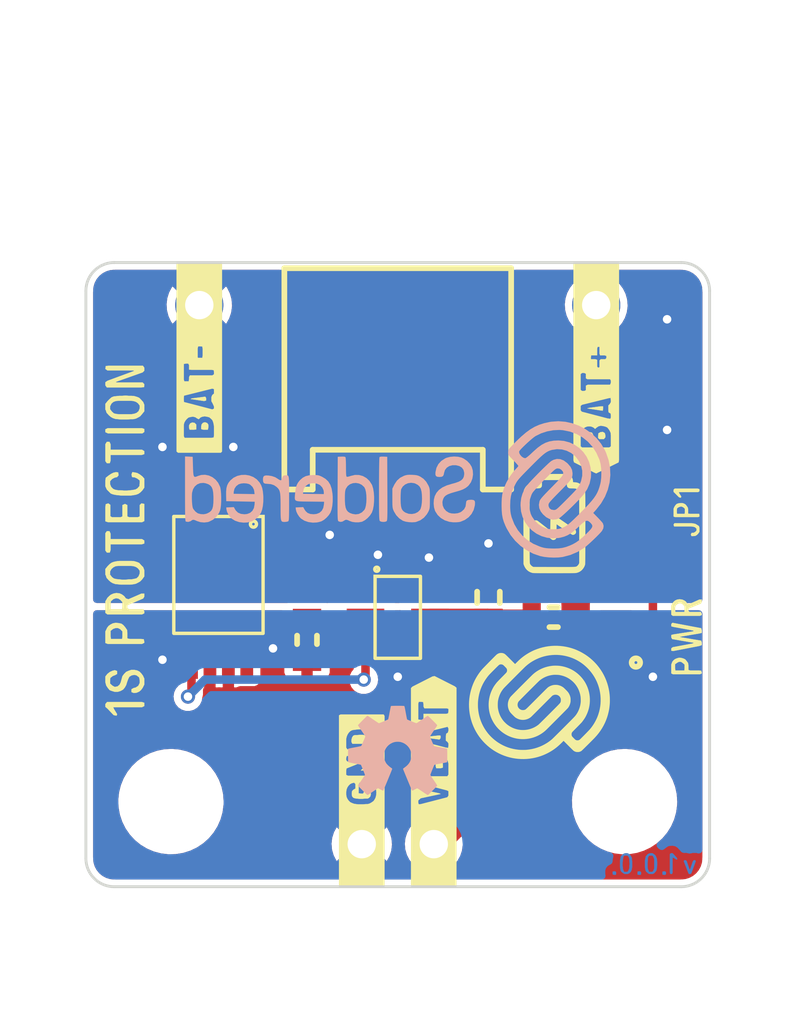
<source format=kicad_pcb>
(kicad_pcb (version 20210623) (generator pcbnew)
  (layers (0 "F.Cu" signal) (31 "B.Cu" signal) (34 "B.Paste" user) (35 "F.Paste" user) (36 "B.SilkS" user "B.Silkscreen") (37 "F.SilkS" user "F.Silkscreen") (38 "B.Mask" user) (39 "F.Mask" user) (44 "Edge.Cuts" user))
  (net 0 "")
  (net 1 "Net-(C1-Pad1)")
  (net 2 "GND_ISO")
  (net 3 "Net-(D1-Pad1)")
  (net 4 "GND")
  (net 5 "VBAT")
  (net 6 "Net-(JP1-Pad2)")
  (net 7 "Net-(R2-Pad2)")
  (net 8 "OD")
  (net 9 "OC")
  (footprint "e-radionica.com footprinti:FIDUCIAL_23" (layer "F.Cu") (at 86.5 155.5)
    (fp_text reference "FD1")
    (fp_text value "FIDUCIAL")
    (fp_circle (center 0 0) (end 1 0) (layer "F.Cu") (width 0.2) (fill none))
    (pad "1" smd circle (at 0 0) (size 1 1) (layers "F.Cu" "F.Paste" "F.Mask") (clearance 1.1))
  )
  (footprint "buzzardLabel" (layer "F.Cu") (at 101.2 151.2 90)
    (fp_text reference "" (at 0 0 90) (layer "F.SilkS") (effects (font (size 1.27 1.27))))
    (fp_text value "" (at 0 0 90) (layer "F.SilkS") (effects (font (size 1.27 1.27))))
  )
  (footprint "e-radionica.com footprinti:Sot23-6" (layer "F.Cu") (at 91 150.5)
    (fp_text reference "U1")
    (fp_text value "DW01-G(SOT23-6)")
    (pad "1" smd rect locked (at -1.1375 -0.95) (size 1.325 0.6) (layers "F.Cu" "F.Paste" "F.Mask") (net 8 "OD"))
    (pad "2" smd rect locked (at -1.1375 0) (size 1.325 0.6) (layers "F.Cu" "F.Paste" "F.Mask") (net 7 "Net-(R2-Pad2)"))
    (pad "3" smd rect locked (at -1.1375 0.95) (size 1.325 0.6) (layers "F.Cu" "F.Paste" "F.Mask") (net 9 "OC"))
    (pad "4" smd rect locked (at 1.1375 0.95) (size 1.325 0.6) (layers "F.Cu" "F.Paste" "F.Mask"))
    (pad "5" smd rect locked (at 1.1375 0) (size 1.325 0.6) (layers "F.Cu" "F.Paste" "F.Mask") (net 1 "Net-(C1-Pad1)"))
    (pad "6" smd rect locked (at 1.1375 -0.95) (size 1.325 0.6) (layers "F.Cu" "F.Paste" "F.Mask") (net 2 "GND_ISO"))
  )
  (footprint "Soldered Graphics:Logo-Front-Soldered-5mm" (layer "F.Cu") (at 96 153.5 90)
    (fp_text reference "G***" hide)
    (fp_text value "LOGO" hide)
  )
  (footprint "e-radionica.com footprinti:HEADER_MALE_2X1" (layer "F.Cu") (at 91 158.5)
    (fp_text reference "K4")
    (fp_text value "HEADER_MALE_2X1")
    (pad "1" thru_hole circle locked (at -1.27 0) (size 1.524 1.524) (drill 1) (layers *.Cu *.Mask) (net 4 "GND"))
    (pad "2" thru_hole circle locked (at 1.27 0) (size 1.524 1.524) (drill 1) (layers *.Cu *.Mask) (net 5 "VBAT"))
  )
  (footprint "e-radionica.com footprinti:0603R" (layer "F.Cu") (at 96.5 150.5)
    (fp_text reference "R3")
    (fp_text value "100R")
    (pad "1" smd rect locked (at -0.775 0 90) (size 1 0.64) (layers "F.Cu" "F.Paste" "F.Mask") (net 1 "Net-(C1-Pad1)"))
    (pad "2" smd rect locked (at 0.775 0 90) (size 1 0.64) (layers "F.Cu" "F.Paste" "F.Mask") (net 5 "VBAT"))
  )
  (footprint "e-radionica.com footprinti:SMD-JUMPER-CONNECTED_TRACE_SLODERMASK" (layer "F.Cu") (at 100 146.8 -90)
    (fp_text reference "JP1")
    (fp_text value "SMD-JUMPER-CONNECTED_TRACE_SLODERMASK")
    (fp_poly (pts (xy 0.1 0.1) (xy -0.1 0.1) (xy -0.1 -0.1) (xy 0.1 -0.1)) (layer "F.Cu") (width 0.1) (fill solid))
    (pad "1" smd rect (at -0.35 0 270) (size 0.5 1) (layers "F.Cu" "F.Mask") (net 5 "VBAT"))
    (pad "2" smd rect (at 0.35 0 270) (size 0.5 1) (layers "F.Cu" "F.Mask") (net 6 "Net-(JP1-Pad2)"))
  )
  (footprint "Soldered Graphics:Logo-Back-SolderedFULL-15mm" (layer "F.Cu") (at 91 146)
    (fp_text reference "REF**" hide)
    (fp_text value "Logo-Front-SolderedFULL-15mm" hide)
  )
  (footprint "buzzardLabel" (layer "F.Cu") (at 92.27 160.4 90)
    (fp_text reference "" (at 0 0 90) (layer "F.SilkS") (effects (font (size 1.27 1.27))))
    (fp_text value "" (at 0 0 90) (layer "F.SilkS") (effects (font (size 1.27 1.27))))
  )
  (footprint "e-radionica.com footprinti:0402R" (layer "F.Cu") (at 100 149 -90)
    (fp_text reference "R1")
    (fp_text value "2k2")
    (pad "1" smd rect locked (at -0.5 0) (size 0.64 0.54) (layers "F.Cu" "F.Paste" "F.Mask") (net 6 "Net-(JP1-Pad2)"))
    (pad "2" smd rect locked (at 0.5 0) (size 0.64 0.54) (layers "F.Cu" "F.Paste" "F.Mask") (net 3 "Net-(D1-Pad1)"))
  )
  (footprint "e-radionica.com footprinti:HEADER_MALE_1X1" (layer "F.Cu") (at 84 139.5)
    (fp_text reference "K2")
    (fp_text value "HEADER_MALE_1X1")
    (pad "1" thru_hole circle locked (at 0 0) (size 1.7 1.7) (drill 1) (layers *.Cu *.Mask) (net 2 "GND_ISO"))
  )
  (footprint "e-radionica.com footprinti:HEADER_MALE_1X1" (layer "F.Cu") (at 98 139.5)
    (fp_text reference "K1")
    (fp_text value "HEADER_MALE_1X1")
    (pad "1" thru_hole circle locked (at 0 0) (size 1.7 1.7) (drill 1) (layers *.Cu *.Mask) (net 5 "VBAT"))
  )
  (footprint "e-radionica.com footprinti:0603R" (layer "F.Cu") (at 87.8 151.3 90)
    (fp_text reference "R2")
    (fp_text value "1k")
    (pad "1" smd rect locked (at -0.775 0 180) (size 1 0.64) (layers "F.Cu" "F.Paste" "F.Mask") (net 4 "GND"))
    (pad "2" smd rect locked (at 0.775 0 180) (size 1 0.64) (layers "F.Cu" "F.Paste" "F.Mask") (net 7 "Net-(R2-Pad2)"))
  )
  (footprint "e-radionica.com footprinti:HOLE_3.2mm" (layer "F.Cu") (at 99 157)
    (fp_text reference "H2" hide)
    (fp_text value "HOLE_3.2mm" hide)
    (pad "" np_thru_hole circle locked (at 0 0) (size 3.2 3.2) (drill 3.2) (layers F&B.Cu *.Mask))
  )
  (footprint "buzzardLabel" (layer "F.Cu") (at 101.2 146.8 90)
    (fp_text reference "" (at 0 0 90) (layer "F.SilkS") (effects (font (size 1.27 1.27))))
    (fp_text value "" (at 0 0 90) (layer "F.SilkS") (effects (font (size 1.27 1.27))))
  )
  (footprint "buzzardLabel" (layer "F.Cu") (at 98 137.6 90)
    (fp_text reference "" (at 0 0 90) (layer "F.SilkS") (effects (font (size 1.27 1.27))))
    (fp_text value "" (at 0 0 90) (layer "F.SilkS") (effects (font (size 1.27 1.27))))
  )
  (footprint "e-radionica.com footprinti:0603C" (layer "F.Cu") (at 94.2 149.8 90)
    (fp_text reference "C1")
    (fp_text value "0.1uF")
    (pad "1" smd rect locked (at -0.73 0 90) (size 0.66 1) (layers "F.Cu" "F.Paste" "F.Mask") (net 1 "Net-(C1-Pad1)"))
    (pad "2" smd rect locked (at 0.73 0 90) (size 0.66 1) (layers "F.Cu" "F.Paste" "F.Mask") (net 2 "GND_ISO"))
  )
  (footprint "buzzardLabel" (layer "F.Cu") (at 81.4 147.8 90)
    (fp_text reference "" (at 0 0 90) (layer "F.SilkS") (effects (font (size 1.27 1.27))))
    (fp_text value "" (at 0 0 90) (layer "F.SilkS") (effects (font (size 1.27 1.27))))
  )
  (footprint "e-radionica.com footprinti:0402LED" (layer "F.Cu") (at 100 151.2 -90)
    (fp_text reference "D1")
    (fp_text value "purple")
    (pad "1" smd rect locked (at -0.55 0) (size 0.75 0.45) (layers "F.Cu" "F.Paste" "F.Mask") (net 3 "Net-(D1-Pad1)"))
    (pad "2" smd rect locked (at 0.55 0) (size 0.75 0.45) (layers "F.Cu" "F.Paste" "F.Mask") (net 4 "GND"))
  )
  (footprint "Soldered Graphics:Symbol-Front-Battery" (layer "F.Cu") (at 96.6 147.2 90)
    (fp_text reference "G***" hide)
    (fp_text value "LOGO" hide)
  )
  (footprint "buzzardLabel" (layer "F.Cu") (at 89.73 160.4 90)
    (fp_text reference "" (at 0 0 90) (layer "F.SilkS") (effects (font (size 1.27 1.27))))
    (fp_text value "" (at 0 0 90) (layer "F.SilkS") (effects (font (size 1.27 1.27))))
  )
  (footprint "Soldered Graphics:Logo-Back-OSH-3.5mm" (layer "F.Cu") (at 91 155.2)
    (fp_text reference "G***" hide)
    (fp_text value "LOGO" hide)
  )
  (footprint "buzzardLabel" (layer "F.Cu") (at 84 137.6 90)
    (fp_text reference "" (at 0 0 90) (layer "F.SilkS") (effects (font (size 1.27 1.27))))
    (fp_text value "" (at 0 0 90) (layer "F.SilkS") (effects (font (size 1.27 1.27))))
  )
  (footprint "e-radionica.com footprinti:JST-2pin-SMD" (layer "F.Cu") (at 91 143)
    (fp_text reference "K3")
    (fp_text value "JST-2pin-SMD")
    (pad "" smd rect locked (at 3.3 -3.15) (size 1 3) (layers "F.Cu" "F.Paste" "F.Mask"))
    (pad "" smd rect locked (at -3.3 -3.15) (size 1 3) (layers "F.Cu" "F.Paste" "F.Mask"))
    (pad "1" smd rect locked (at 1 3.15) (size 1.1 2) (layers "F.Cu" "F.Paste" "F.Mask") (net 5 "VBAT"))
    (pad "2" smd rect locked (at -1 3.15) (size 1.1 2) (layers "F.Cu" "F.Paste" "F.Mask") (net 2 "GND_ISO"))
  )
  (footprint "e-radionica.com footprinti:HOLE_3.2mm" (layer "F.Cu") (at 83 157)
    (fp_text reference "H1" hide)
    (fp_text value "HOLE_3.2mm" hide)
    (pad "" np_thru_hole circle locked (at 0 0) (size 3.2 3.2) (drill 3.2) (layers F&B.Cu *.Mask))
  )
  (footprint "e-radionica.com footprinti:TSSOP8" (layer "F.Cu") (at 84.7 149 -90)
    (fp_text reference "U2")
    (fp_text value "FS8205A")
    (pad "1" smd rect (at -2.95 -0.975 270) (size 1.45 0.45) (layers "F.Cu" "F.Paste" "F.Mask"))
    (pad "2" smd rect (at -2.95 -0.325 270) (size 1.45 0.45) (layers "F.Cu" "F.Paste" "F.Mask") (net 2 "GND_ISO"))
    (pad "3" smd rect (at -2.95 0.325 270) (size 1.45 0.45) (layers "F.Cu" "F.Paste" "F.Mask") (net 2 "GND_ISO"))
    (pad "4" smd rect (at -2.95 0.975 270) (size 1.45 0.45) (layers "F.Cu" "F.Paste" "F.Mask") (net 8 "OD"))
    (pad "5" smd rect (at 2.95 0.975 270) (size 1.45 0.45) (layers "F.Cu" "F.Paste" "F.Mask") (net 9 "OC"))
    (pad "6" smd rect (at 2.95 0.325 270) (size 1.45 0.45) (layers "F.Cu" "F.Paste" "F.Mask") (net 4 "GND"))
    (pad "7" smd rect (at 2.95 -0.325 270) (size 1.45 0.45) (layers "F.Cu" "F.Paste" "F.Mask") (net 4 "GND"))
    (pad "8" smd rect (at 2.95 -0.975 270) (size 1.45 0.45) (layers "F.Cu" "F.Paste" "F.Mask"))
  )
  (footprint "Soldered Graphics:Version1.0.0." (layer "B.Cu") (at 100 159.2 180)
    (fp_text reference "Ref**" hide)
    (fp_text value "Val**" hide)
    (fp_poly (pts (xy 1.31 -0.38) (xy 1.36 -0.38) (xy 1.41 -0.37) (xy 1.42 -0.33) (xy 1.42 -0.27) (xy 1.38 -0.26) (xy 1.33 -0.26) (xy 1.3 -0.29) (xy 1.3 -0.34) (xy 1.31 -0.38)) (layer "B.Cu") (width 0.01) (fill solid))
    (fp_poly (pts (xy -0.44 -0.38) (xy -0.39 -0.38) (xy -0.34 -0.37) (xy -0.34 -0.33) (xy -0.34 -0.27) (xy -0.38 -0.26) (xy -0.43 -0.26) (xy -0.46 -0.29) (xy -0.46 -0.34) (xy -0.44 -0.38)) (layer "B.Cu") (width 0.01) (fill solid))
    (fp_poly (pts (xy -1.33 -0.35) (xy -1.27 -0.35) (xy -1.25 -0.31) (xy -1.09 0.1) (xy -1.11 0.13) (xy -1.16 0.13) (xy -1.19 0.1) (xy -1.28 -0.16) (xy -1.3 -0.21) (xy -1.32 -0.17) (xy -1.41 0.09) (xy -1.44 0.13) (xy -1.49 0.13) (xy -1.51 0.1) (xy -1.36 -0.31) (xy -1.33 -0.35)) (layer "B.Cu") (width 0.01) (fill solid))
    (fp_poly (pts (xy -0.67 -0.35) (xy -0.62 -0.35) (xy -0.6 -0.31) (xy -0.6 0.35) (xy -0.64 0.38) (xy -0.69 0.38) (xy -0.73 0.34) (xy -0.84 0.22) (xy -0.86 0.17) (xy -0.83 0.16) (xy -0.73 0.22) (xy -0.69 0.23) (xy -0.69 -0.31) (xy -0.67 -0.35)) (layer "B.Cu") (width 0.01) (fill solid))
    (fp_poly (pts (xy 0.43 -0.38) (xy 0.48 -0.38) (xy 0.54 -0.37) (xy 0.54 -0.33) (xy 0.54 -0.27) (xy 0.5 -0.26) (xy 0.45 -0.26) (xy 0.42 -0.29) (xy 0.42 -0.34) (xy 0.43 -0.38)) (layer "B.Cu") (width 0.01) (fill solid))
    (fp_poly (pts (xy 0.06 -0.35) (xy 0.11 -0.35) (xy 0.17 -0.33) (xy 0.13 -0.28) (xy 0.03 -0.28) (xy -0.01 -0.25) (xy -0.03 -0.2) (xy -0.05 -0.15) (xy -0.05 -0.11) (xy -0.05 0.01) (xy -0.05 0.13) (xy -0.05 0.17) (xy -0.03 0.22) (xy -0.01 0.27) (xy 0.02 0.3) (xy 0.13 0.3) (xy 0.16 0.26) (xy 0.18 0.21) (xy 0.18 0.15) (xy 0.19 0.05) (xy 0.19 -0.08) (xy 0.19 -0.12) (xy 0.18 -0.17) (xy 0.16 -0.22) (xy 0.14 -0.27) (xy 0.14 -0.28) (xy 0.17 -0.32) (xy 0.21 -0.29) (xy 0.24 -0.26) (xy 0.26 -0.22) (xy 0.27 -0.16) (xy 0.28 -0.11) (xy 0.28 -0.06) (xy 0.28 0.06) (xy 0.28 0.12) (xy 0.27 0.17) (xy 0.26 0.22) (xy 0.25 0.27) (xy 0.22 0.3) (xy 0.19 0.34) (xy 0.13 0.37) (xy 0.08 0.38) (xy 0.02 0.38) (xy -0.03 0.35) (xy -0.08 0.31) (xy -0.1 0.28) (xy -0.12 0.23) (xy -0.14 0.18) (xy -0.14 0.13) (xy -0.15 0.08) (xy -0.15 -0.04) (xy -0.14 -0.1) (xy -0.14 -0.14) (xy -0.13 -0.2) (xy -0.11 -0.25) (xy -0.08 -0.28) (xy -0.05 -0.32) (xy 0.01 -0.35) (xy 0.06 -0.35)) (layer "B.Cu") (width 0.01) (fill solid))
    (fp_poly (pts (xy 0.93 -0.35) (xy 0.99 -0.35) (xy 1.04 -0.33) (xy 1.01 -0.28) (xy 0.91 -0.28) (xy 0.87 -0.25) (xy 0.85 -0.2) (xy 0.83 -0.15) (xy 0.83 -0.11) (xy 0.82 0.01) (xy 0.83 0.13) (xy 0.83 0.17) (xy 0.84 0.22) (xy 0.87 0.27) (xy 0.9 0.3) (xy 1.01 0.3) (xy 1.04 0.26) (xy 1.05 0.21) (xy 1.06 0.15) (xy 1.07 0.05) (xy 1.07 -0.08) (xy 1.06 -0.12) (xy 1.06 -0.17) (xy 1.04 -0.22) (xy 1.02 -0.27) (xy 1.01 -0.28) (xy 1.05 -0.32) (xy 1.09 -0.29) (xy 1.12 -0.26) (xy 1.14 -0.22) (xy 1.15 -0.16) (xy 1.16 -0.11) (xy 1.16 -0.06) (xy 1.16 0.06) (xy 1.16 0.12) (xy 1.15 0.17) (xy 1.14 0.22) (xy 1.13 0.27) (xy 1.1 0.3) (xy 1.06 0.34) (xy 1.01 0.37) (xy 0.95 0.38) (xy 0.9 0.38) (xy 0.84 0.35) (xy 0.8 0.31) (xy 0.78 0.28) (xy 0.75 0.23) (xy 0.74 0.18) (xy 0.74 0.13) (xy 0.73 0.08) (xy 0.73 -0.04) (xy 0.73 -0.1) (xy 0.74 -0.14) (xy 0.75 -0.2) (xy 0.77 -0.25) (xy 0.79 -0.28) (xy 0.83 -0.32) (xy 0.89 -0.35) (xy 0.93 -0.35)) (layer "B.Cu") (width 0.01) (fill solid))
  )
  (gr_line (start 80 139) (end 80 159) (layer "Edge.Cuts") (width 0.1))
  (gr_line (start 101 138) (end 81 138) (layer "Edge.Cuts") (width 0.1))
  (gr_arc (start 101 139) (end 101 138) (angle 90) (layer "Edge.Cuts") (width 0.1))
  (gr_line (start 81 160) (end 101 160) (layer "Edge.Cuts") (width 0.1))
  (gr_arc (start 81 139) (end 81 138) (angle -90) (layer "Edge.Cuts") (width 0.1))
  (gr_arc (start 81 159) (end 81 160) (angle 90) (layer "Edge.Cuts") (width 0.1))
  (gr_arc (start 101 159) (end 101 160) (angle -90) (layer "Edge.Cuts") (width 0.1))
  (gr_line (start 102 159) (end 102 139) (layer "Edge.Cuts") (width 0.1))
  (segment (start 95.695 150.53) (end 95.725 150.5) (width 0.6) (layer "F.Cu") (net 1))
  (segment (start 94.17 150.5) (end 94.2 150.53) (width 0.6) (layer "F.Cu") (net 1))
  (segment (start 94.2 150.53) (end 95.695 150.53) (width 0.6) (layer "F.Cu") (net 1))
  (segment (start 92.1375 150.5) (end 94.17 150.5) (width 0.6) (layer "F.Cu") (net 1))
  (via (at 94.2 147.9) (size 0.5) (drill 0.3) (layers "F.Cu" "B.Cu") (net 2))
  (via (at 92.1 148.4) (size 0.5) (drill 0.3) (layers "F.Cu" "B.Cu") (net 2))
  (via (at 85.2 144.5) (size 0.5) (drill 0.3) (layers "F.Cu" "B.Cu") (net 2))
  (via (at 100.5 140) (size 0.5) (drill 0.3) (layers "F.Cu" "B.Cu") (net 2))
  (via (at 82.7 144.5) (size 0.5) (drill 0.3) (layers "F.Cu" "B.Cu") (net 2))
  (via (at 90.3 148.3) (size 0.5) (drill 0.3) (layers "F.Cu" "B.Cu") (net 2))
  (via (at 100.5 143.9) (size 0.5) (drill 0.3) (layers "F.Cu" "B.Cu") (net 2))
  (via (at 88.6 147.6) (size 0.5) (drill 0.3) (layers "F.Cu" "B.Cu") (net 2))
  (segment (start 100 149.5) (end 100 150.65) (width 0.3) (layer "F.Cu") (net 3))
  (via (at 82.7 152) (size 0.5) (drill 0.3) (layers "F.Cu" "B.Cu") (net 4))
  (via (at 86.6 151.6) (size 0.5) (drill 0.3) (layers "F.Cu" "B.Cu") (net 4))
  (via (at 91 152.6) (size 0.5) (drill 0.3) (layers "F.Cu" "B.Cu") (net 4))
  (via (at 100 152.6) (size 0.5) (drill 0.3) (layers "F.Cu" "B.Cu") (net 4))
  (segment (start 94.85 146.15) (end 97.3 143.7) (width 1) (layer "F.Cu") (net 5))
  (segment (start 100 146.45) (end 98.6 146.45) (width 0.3) (layer "F.Cu") (net 5))
  (segment (start 98.6 146.45) (end 97.275 145.125) (width 0.3) (layer "F.Cu") (net 5))
  (segment (start 98 143) (end 98 139.5) (width 1) (layer "F.Cu") (net 5))
  (segment (start 97.275 153.495) (end 92.27 158.5) (width 1) (layer "F.Cu") (net 5))
  (segment (start 97.275 150) (end 97.275 153.495) (width 1) (layer "F.Cu") (net 5))
  (segment (start 97.275 145.125) (end 97.275 143.725) (width 1) (layer "F.Cu") (net 5))
  (segment (start 97.275 143.725) (end 97.3 143.7) (width 1) (layer "F.Cu") (net 5))
  (segment (start 97.3 143.7) (end 98 143) (width 1) (layer "F.Cu") (net 5))
  (segment (start 92 146.15) (end 94.85 146.15) (width 1) (layer "F.Cu") (net 5))
  (segment (start 97.275 150) (end 97.275 145.125) (width 1) (layer "F.Cu") (net 5))
  (segment (start 100 147.15) (end 100 148.5) (width 0.3) (layer "F.Cu") (net 6))
  (segment (start 87.825 150.5) (end 87.8 150.525) (width 0.3) (layer "F.Cu") (net 7))
  (segment (start 89.8625 150.5) (end 87.825 150.5) (width 0.3) (layer "F.Cu") (net 7))
  (segment (start 83.725 147.049022) (end 83.725 146.05) (width 0.3) (layer "F.Cu") (net 8))
  (segment (start 87.5 148.1) (end 84.775978 148.1) (width 0.3) (layer "F.Cu") (net 8))
  (segment (start 84.775978 148.1) (end 83.725 147.049022) (width 0.3) (layer "F.Cu") (net 8))
  (segment (start 89.8625 149.55) (end 88.95 149.55) (width 0.3) (layer "F.Cu") (net 8))
  (segment (start 88.95 149.55) (end 87.5 148.1) (width 0.3) (layer "F.Cu") (net 8))
  (segment (start 83.725 153.175) (end 83.6 153.3) (width 0.3) (layer "F.Cu") (net 9))
  (segment (start 89.8625 151.45) (end 89.8625 152.6375) (width 0.3) (layer "F.Cu") (net 9))
  (segment (start 83.725 151.95) (end 83.725 153.175) (width 0.3) (layer "F.Cu") (net 9))
  (segment (start 89.8625 152.6375) (end 89.8 152.7) (width 0.3) (layer "F.Cu") (net 9))
  (via (at 83.6 153.3) (size 0.5) (drill 0.3) (layers "F.Cu" "B.Cu") (net 9))
  (via (at 89.8 152.7) (size 0.5) (drill 0.3) (layers "F.Cu" "B.Cu") (net 9))
  (segment (start 84.2 152.7) (end 83.6 153.3) (width 0.3) (layer "B.Cu") (net 9))
  (segment (start 89.8 152.7) (end 84.2 152.7) (width 0.3) (layer "B.Cu") (net 9))
  (zone (net 0) (net_name "") (layer "F.Cu") (connect_pads (clearance 0)) (min_thickness 0.254)
    (keepout (tracks allowed) (vias allowed) (pads allowed) (copperpour not_allowed) (footprints allowed))
    (fill (thermal_gap 0.3) (thermal_bridge_width 0.4))
    (polygon (pts (xy 84.8 152.3) (xy 84.6 152.3) (xy 84.6 151.6) (xy 84.8 151.6)))
  )
  (zone (net 2) (net_name "GND_ISO") (layers F&B.Cu) (priority 3) (connect_pads (clearance 0.254)) (min_thickness 0.254) (fill yes (thermal_gap 0.3) (thermal_bridge_width 0.4))
    (polygon (pts (xy 102 150) (xy 80 150) (xy 80 138) (xy 102 138)))
  )
  (zone (net 0) (net_name "") (layer "F.Cu") (connect_pads (clearance 0)) (min_thickness 0.254)
    (keepout (tracks allowed) (vias allowed) (pads allowed) (copperpour not_allowed) (footprints allowed))
    (fill (thermal_gap 0.3) (thermal_bridge_width 0.4))
    (polygon (pts (xy 84.8 146.4) (xy 84.6 146.4) (xy 84.6 145.7) (xy 84.8 145.7)))
  )
  (zone (net 4) (net_name "GND") (layers F&B.Cu) (priority 2) (connect_pads (clearance 0.254)) (min_thickness 0.254) (fill yes (thermal_gap 0.3) (thermal_bridge_width 0.4))
    (polygon (pts (xy 102 160) (xy 80 160) (xy 80 150) (xy 102 150)))
  )
)
</source>
